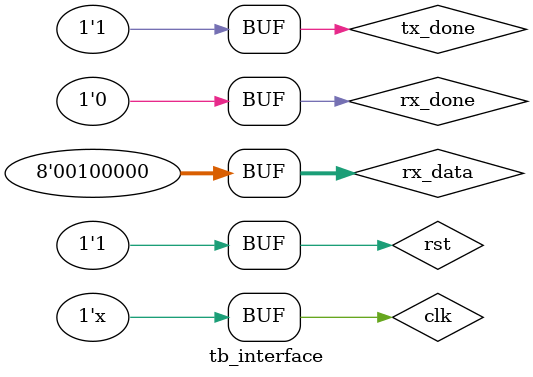
<source format=v>

module tb_interface();
    reg clk, rst;

    wire [7 : 0] A;
    wire [7 : 0] B;
    wire [5 : 0] opcode;
    wire [7 : 0] alu_out;
    

    reg tx_done;
    reg rx_done;
    reg [7:0] rx_data;
    wire [7:0] tx_data;
    wire tx_start;

    ALU alu(
        .A(A),
        .B(B),
        .opcode(opcode),
        .out(alu_out)
    );
    Interface uut(
        .clk(clk),
        .rst(rst),
        .i_tx_done(tx_done),
        .i_rx_done(rx_done),
        .i_rx(rx_data),
        .i_alu_result(alu_out),
        .o_tx_start(tx_start),
        .o_tx(tx_data),
        .o_alu_a(A),
        .o_alu_b(B),
        .o_alu_opcode(opcode)
    );
    initial begin
        clk = 0;
        rst = 0;
        tx_done = 1;
        rx_done = 0;
        rx_data = 0;

        #2 rst = 1;
        #10 rx_data = 10;
        #2 rx_done = 1;
        #2 rx_done = 0;
        #10 rx_data = 20;
        #2 rx_done = 1;
        #2 rx_done = 0;
        #10 rx_data = 32;
        #2 rx_done = 1;
        #2 rx_done = 0;

    end

    always #1 clk = ~clk;
endmodule

</source>
